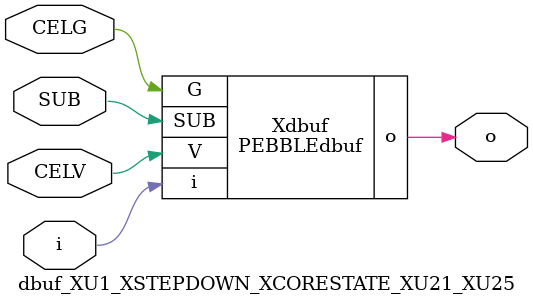
<source format=v>



module PEBBLEdbuf ( o, G, SUB, V, i );

  input V;
  input i;
  input G;
  output o;
  input SUB;
endmodule

//Celera Confidential Do Not Copy dbuf_XU1_XSTEPDOWN_XCORESTATE_XU21_XU25
//Celera Confidential Symbol Generator
//Digital Buffer
module dbuf_XU1_XSTEPDOWN_XCORESTATE_XU21_XU25 (CELV,CELG,i,o,SUB);
input CELV;
input CELG;
input i;
input SUB;
output o;

//Celera Confidential Do Not Copy dbuf
PEBBLEdbuf Xdbuf(
.V (CELV),
.i (i),
.o (o),
.SUB (SUB),
.G (CELG)
);
//,diesize,PEBBLEdbuf

//Celera Confidential Do Not Copy Module End
//Celera Schematic Generator
endmodule

</source>
